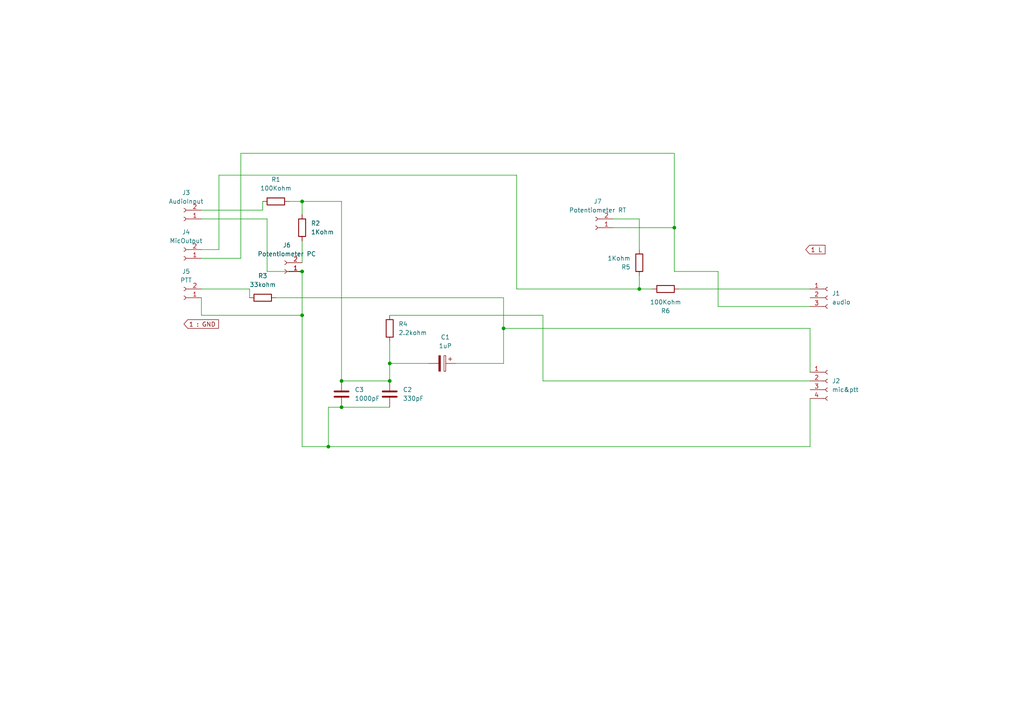
<source format=kicad_sch>
(kicad_sch (version 20211123) (generator eeschema)
  (paper "A4")
  (lib_symbols
    (symbol "Connector:Conn_01x02_Female" (pin_names (offset 1.016) hide)
      (property "Reference" "J" (at 0 2.54 0))
      (property "Value" "Conn_01x02_Female" (at 0 -5.08 0))
      (symbol "Conn_01x02_Female_1_1"
        (arc (start 0 -2.032) (mid -0.508 -2.54) (end 0 -3.048) (stroke (width 0.1524)))
        (polyline (pts (xy -1.27 -2.54) (xy -0.508 -2.54)) (stroke (width 0.1524)))
        (polyline (pts (xy -1.27 0) (xy -0.508 0)) (stroke (width 0.1524)))
        (arc (start 0 0.508) (mid -0.508 0) (end 0 -0.508) (stroke (width 0.1524)))
        (pin passive line (at -5.08 0 0) (length 3.81) (name "Pin_1") (number "1"))
        (pin passive line (at -5.08 -2.54 0) (length 3.81) (name "Pin_2") (number "2"))
      )
    )
    (symbol "Connector:Conn_01x03_Female" (pin_names (offset 1.016) hide)
      (property "Reference" "J" (at 0 5.08 0))
      (property "Value" "Conn_01x03_Female" (at 0 -5.08 0))
      (symbol "Conn_01x03_Female_1_1"
        (arc (start 0 -2.032) (mid -0.508 -2.54) (end 0 -3.048) (stroke (width 0.1524)))
        (polyline (pts (xy -1.27 -2.54) (xy -0.508 -2.54)) (stroke (width 0.1524)))
        (polyline (pts (xy -1.27 0) (xy -0.508 0)) (stroke (width 0.1524)))
        (polyline (pts (xy -1.27 2.54) (xy -0.508 2.54)) (stroke (width 0.1524)))
        (arc (start 0 0.508) (mid -0.508 0) (end 0 -0.508) (stroke (width 0.1524)))
        (arc (start 0 3.048) (mid -0.508 2.54) (end 0 2.032) (stroke (width 0.1524)))
        (pin passive line (at -5.08 2.54 0) (length 3.81) (name "Pin_1") (number "1"))
        (pin passive line (at -5.08 0 0) (length 3.81) (name "Pin_2") (number "2"))
        (pin passive line (at -5.08 -2.54 0) (length 3.81) (name "Pin_3") (number "3"))
      )
    )
    (symbol "Connector:Conn_01x04_Female" (pin_names (offset 1.016) hide)
      (property "Reference" "J" (at 0 5.08 0))
      (property "Value" "Conn_01x04_Female" (at 0 -7.62 0))
      (symbol "Conn_01x04_Female_1_1"
        (arc (start 0 -4.572) (mid -0.508 -5.08) (end 0 -5.588) (stroke (width 0.1524)))
        (arc (start 0 -2.032) (mid -0.508 -2.54) (end 0 -3.048) (stroke (width 0.1524)))
        (polyline (pts (xy -1.27 -5.08) (xy -0.508 -5.08)) (stroke (width 0.1524)))
        (polyline (pts (xy -1.27 -2.54) (xy -0.508 -2.54)) (stroke (width 0.1524)))
        (polyline (pts (xy -1.27 0) (xy -0.508 0)) (stroke (width 0.1524)))
        (polyline (pts (xy -1.27 2.54) (xy -0.508 2.54)) (stroke (width 0.1524)))
        (arc (start 0 0.508) (mid -0.508 0) (end 0 -0.508) (stroke (width 0.1524)))
        (arc (start 0 3.048) (mid -0.508 2.54) (end 0 2.032) (stroke (width 0.1524)))
        (pin passive line (at -5.08 2.54 0) (length 3.81) (name "Pin_1") (number "1"))
        (pin passive line (at -5.08 0 0) (length 3.81) (name "Pin_2") (number "2"))
        (pin passive line (at -5.08 -2.54 0) (length 3.81) (name "Pin_3") (number "3"))
        (pin passive line (at -5.08 -5.08 0) (length 3.81) (name "Pin_4") (number "4"))
      )
    )
    (symbol "Device:C" (pin_numbers hide) (pin_names (offset 0.254))
      (property "Reference" "C" (at 0.635 2.54 0))
      (property "Value" "C" (at 0.635 -2.54 0))
      (symbol "C_0_1"
        (polyline (pts (xy -2.032 -0.762) (xy 2.032 -0.762)) (stroke (width 0.508)))
        (polyline (pts (xy -2.032 0.762) (xy 2.032 0.762)) (stroke (width 0.508)))
      )
      (symbol "C_1_1"
        (pin passive line (at 0 3.81 270) (length 2.794) (name "~") (number "1"))
        (pin passive line (at 0 -3.81 90) (length 2.794) (name "~") (number "2"))
      )
    )
    (symbol "Device:C_Polarized" (pin_numbers hide) (pin_names (offset 0.254))
      (property "Reference" "C" (at 0.635 2.54 0))
      (property "Value" "C_Polarized" (at 0.635 -2.54 0))
      (symbol "C_Polarized_0_1"
        (rectangle (start -2.286 0.508) (end 2.286 1.016))
        (polyline (pts (xy -1.778 2.286) (xy -0.762 2.286)))
        (polyline (pts (xy -1.27 2.794) (xy -1.27 1.778)))
        (rectangle (start 2.286 -0.508) (end -2.286 -1.016) (fill (type outline)))
      )
      (symbol "C_Polarized_1_1"
        (pin passive line (at 0 3.81 270) (length 2.794) (name "~") (number "1"))
        (pin passive line (at 0 -3.81 90) (length 2.794) (name "~") (number "2"))
      )
    )
    (symbol "Device:R" (pin_numbers hide) (pin_names (offset 0))
      (property "Reference" "R" (at 2.032 0 90))
      (property "Value" "R" (at 0 0 90))
      (symbol "R_0_1"
        (rectangle (start -1.016 -2.54) (end 1.016 2.54) (stroke (width 0.254)))
      )
      (symbol "R_1_1"
        (pin passive line (at 0 3.81 270) (length 1.27) (name "~") (number "1"))
        (pin passive line (at 0 -3.81 90) (length 1.27) (name "~") (number "2"))
      )
    )
  )
  (junction (at 113.03 110.49))
  (junction (at 185.42 83.82))
  (junction (at 95.25 129.54))
  (junction (at 87.63 58.42))
  (junction (at 87.63 78.74))
  (junction (at 99.06 118.11))
  (junction (at 99.06 110.49))
  (junction (at 113.03 105.41))
  (junction (at 195.58 66.04))
  (junction (at 146.05 95.25))
  (junction (at 87.63 91.44))
  (wire (pts (xy 185.42 72.39) (xy 185.42 63.5)))
  (wire (pts (xy 146.05 86.36) (xy 146.05 95.25)))
  (wire (pts (xy 195.58 44.45) (xy 69.85 44.45)))
  (wire (pts (xy 87.63 69.85) (xy 87.63 76.2)))
  (wire (pts (xy 99.06 58.42) (xy 99.06 110.49)))
  (wire (pts (xy 234.95 107.95) (xy 234.95 95.25)))
  (wire (pts (xy 87.63 58.42) (xy 87.63 62.23)))
  (wire (pts (xy 149.86 83.82) (xy 185.42 83.82)))
  (wire (pts (xy 234.95 95.25) (xy 146.05 95.25)))
  (wire (pts (xy 63.5 72.39) (xy 63.5 50.8)))
  (wire (pts (xy 99.06 110.49) (xy 113.03 110.49)))
  (wire (pts (xy 124.46 105.41) (xy 113.03 105.41)))
  (wire (pts (xy 234.95 88.9) (xy 208.28 88.9)))
  (wire (pts (xy 185.42 63.5) (xy 177.8 63.5)))
  (wire (pts (xy 234.95 110.49) (xy 157.48 110.49)))
  (wire (pts (xy 58.42 83.82) (xy 72.39 83.82)))
  (wire (pts (xy 80.01 86.36) (xy 146.05 86.36)))
  (wire (pts (xy 63.5 50.8) (xy 149.86 50.8)))
  (wire (pts (xy 58.42 60.96) (xy 76.2 60.96)))
  (wire (pts (xy 149.86 50.8) (xy 149.86 83.82)))
  (wire (pts (xy 185.42 83.82) (xy 185.42 80.01)))
  (wire (pts (xy 69.85 44.45) (xy 69.85 74.93)))
  (wire (pts (xy 58.42 91.44) (xy 87.63 91.44)))
  (wire (pts (xy 99.06 118.11) (xy 113.03 118.11)))
  (wire (pts (xy 146.05 95.25) (xy 146.05 105.41)))
  (wire (pts (xy 87.63 91.44) (xy 87.63 129.54)))
  (wire (pts (xy 83.82 58.42) (xy 87.63 58.42)))
  (wire (pts (xy 146.05 105.41) (xy 132.08 105.41)))
  (wire (pts (xy 185.42 83.82) (xy 189.23 83.82)))
  (wire (pts (xy 77.47 78.74) (xy 87.63 78.74)))
  (wire (pts (xy 234.95 83.82) (xy 196.85 83.82)))
  (wire (pts (xy 87.63 129.54) (xy 95.25 129.54)))
  (wire (pts (xy 195.58 66.04) (xy 195.58 44.45)))
  (wire (pts (xy 58.42 63.5) (xy 77.47 63.5)))
  (wire (pts (xy 113.03 105.41) (xy 113.03 110.49)))
  (wire (pts (xy 208.28 88.9) (xy 208.28 78.74)))
  (wire (pts (xy 87.63 78.74) (xy 87.63 91.44)))
  (wire (pts (xy 157.48 91.44) (xy 113.03 91.44)))
  (wire (pts (xy 58.42 86.36) (xy 58.42 91.44)))
  (wire (pts (xy 208.28 78.74) (xy 195.58 78.74)))
  (wire (pts (xy 87.63 58.42) (xy 99.06 58.42)))
  (wire (pts (xy 95.25 129.54) (xy 234.95 129.54)))
  (wire (pts (xy 195.58 78.74) (xy 195.58 66.04)))
  (wire (pts (xy 234.95 115.57) (xy 234.95 129.54)))
  (wire (pts (xy 113.03 99.06) (xy 113.03 105.41)))
  (wire (pts (xy 76.2 60.96) (xy 76.2 58.42)))
  (wire (pts (xy 77.47 63.5) (xy 77.47 78.74)))
  (wire (pts (xy 69.85 74.93) (xy 58.42 74.93)))
  (wire (pts (xy 58.42 72.39) (xy 63.5 72.39)))
  (wire (pts (xy 195.58 66.04) (xy 177.8 66.04)))
  (wire (pts (xy 157.48 110.49) (xy 157.48 91.44)))
  (wire (pts (xy 95.25 118.11) (xy 95.25 129.54)))
  (wire (pts (xy 72.39 83.82) (xy 72.39 86.36)))
  (wire (pts (xy 99.06 118.11) (xy 95.25 118.11)))
  (global_label "1 L" (shape input) (at 233.68 72.39 0) (property "Intersheet References" "${INTERSHEET_REFS}" (effects hide)))
  (global_label "1 : GND" (shape input) (at 53.34 93.98 0) (property "Intersheet References" "${INTERSHEET_REFS}" (effects hide)))
  (symbol (lib_id "Connector:Conn_01x02_Female") (at 82.55 78.74 180) (unit 1)
    (property "Reference" "J6" (at 83.185 71.12 0))
    (property "Value" "Potentiometer PC" (at 83.185 73.66 0))
    (property "Footprint" "Connector_PinHeader_1.00mm:PinHeader_1x02_P1.00mm_Vertical" (effects hide))
  )
  (symbol (lib_id "Device:C_Polarized") (at 128.27 105.41 270) (unit 1)
    (property "Reference" "C1" (at 129.159 97.79 90))
    (property "Value" "1uP" (at 129.159 100.33 90))
    (property "Footprint" "Capacitor_THT:CP_Radial_D4.0mm_P1.50mm" (effects hide))
  )
  (symbol (lib_id "Connector:Conn_01x03_Female") (at 240.03 86.36 0) (unit 1)
    (property "Reference" "J1" (at 241.3 85.0899 0) (effects (justify left)))
    (property "Value" "audio" (at 241.3 87.6299 0) (effects (justify left)))
    (property "Footprint" "Connector_PinHeader_1.00mm:PinHeader_1x03_P1.00mm_Vertical" (effects hide))
  )
  (symbol (lib_id "Connector:Conn_01x04_Female") (at 240.03 110.49 0) (unit 1)
    (property "Reference" "J2" (at 241.3 110.4899 0) (effects (justify left)))
    (property "Value" "mic&ptt" (at 241.3 113.0299 0) (effects (justify left)))
    (property "Footprint" "Connector_PinHeader_1.00mm:PinHeader_1x04_P1.00mm_Vertical" (effects hide))
  )
  (symbol (lib_id "Device:R") (at 193.04 83.82 270) (unit 1)
    (property "Reference" "R6" (at 193.04 90.17 90))
    (property "Value" "100Kohm" (at 193.04 87.63 90))
    (property "Footprint" "Resistor_THT:R_Axial_DIN0204_L3.6mm_D1.6mm_P5.08mm_Horizontal" (effects hide))
  )
  (symbol (lib_id "Connector:Conn_01x02_Female") (at 53.34 63.5 180) (unit 1)
    (property "Reference" "J3" (at 53.975 55.88 0))
    (property "Value" "AudioInput" (at 53.975 58.42 0))
    (property "Footprint" "Connector_PinHeader_1.00mm:PinHeader_1x02_P1.00mm_Vertical" (effects hide))
  )
  (symbol (lib_id "Connector:Conn_01x02_Female") (at 172.72 66.04 180) (unit 1)
    (property "Reference" "J7" (at 173.355 58.42 0))
    (property "Value" "Potentiometer RT" (at 173.355 60.96 0))
    (property "Footprint" "Connector_PinHeader_1.00mm:PinHeader_1x02_P1.00mm_Vertical" (effects hide))
  )
  (symbol (lib_id "Device:C") (at 99.06 114.3 0) (unit 1)
    (property "Reference" "C3" (at 102.87 113.0299 0) (effects (justify left)))
    (property "Value" "1000pF" (at 102.87 115.5699 0) (effects (justify left)))
    (property "Footprint" "Capacitor_THT:CP_Radial_D4.0mm_P1.50mm" (effects hide))
  )
  (symbol (lib_id "Device:R") (at 87.63 66.04 0) (unit 1)
    (property "Reference" "R2" (at 90.17 64.7699 0) (effects (justify left)))
    (property "Value" "1Kohm" (at 90.17 67.3099 0) (effects (justify left)))
    (property "Footprint" "Resistor_THT:R_Axial_DIN0204_L3.6mm_D1.6mm_P5.08mm_Horizontal" (effects hide))
  )
  (symbol (lib_id "Device:R") (at 185.42 76.2 180) (unit 1)
    (property "Reference" "R5" (at 182.88 77.4701 0) (effects (justify left)))
    (property "Value" "1Kohm" (at 182.88 74.9301 0) (effects (justify left)))
    (property "Footprint" "Resistor_THT:R_Axial_DIN0204_L3.6mm_D1.6mm_P5.08mm_Horizontal" (effects hide))
  )
  (symbol (lib_id "Connector:Conn_01x02_Female") (at 53.34 74.93 180) (unit 1)
    (property "Reference" "J4" (at 53.975 67.31 0))
    (property "Value" "MicOutput" (at 53.975 69.85 0))
    (property "Footprint" "Connector_PinHeader_1.00mm:PinHeader_1x02_P1.00mm_Vertical" (effects hide))
  )
  (symbol (lib_id "Device:R") (at 113.03 95.25 0) (unit 1)
    (property "Reference" "R4" (at 115.57 93.9799 0) (effects (justify left)))
    (property "Value" "2.2kohm" (at 115.57 96.5199 0) (effects (justify left)))
    (property "Footprint" "Resistor_THT:R_Axial_DIN0204_L3.6mm_D1.6mm_P5.08mm_Horizontal" (effects hide))
  )
  (symbol (lib_id "Device:C") (at 113.03 114.3 0) (unit 1)
    (property "Reference" "C2" (at 116.84 113.0299 0) (effects (justify left)))
    (property "Value" "330pF" (at 116.84 115.5699 0) (effects (justify left)))
    (property "Footprint" "Capacitor_THT:CP_Radial_D4.0mm_P1.50mm" (effects hide))
  )
  (symbol (lib_id "Device:R") (at 76.2 86.36 90) (unit 1)
    (property "Reference" "R3" (at 76.2 80.01 90))
    (property "Value" "33kohm" (at 76.2 82.55 90))
    (property "Footprint" "Resistor_THT:R_Axial_DIN0204_L3.6mm_D1.6mm_P5.08mm_Horizontal" (effects hide))
  )
  (symbol (lib_id "Connector:Conn_01x02_Female") (at 53.34 86.36 180) (unit 1)
    (property "Reference" "J5" (at 53.975 78.74 0))
    (property "Value" "PTT" (at 53.975 81.28 0))
    (property "Footprint" "Connector_PinHeader_1.00mm:PinHeader_1x02_P1.00mm_Vertical" (effects hide))
  )
  (symbol (lib_id "Device:R") (at 80.01 58.42 90) (unit 1)
    (property "Reference" "R1" (at 80.01 52.07 90))
    (property "Value" "100Kohm" (at 80.01 54.61 90))
    (property "Footprint" "Resistor_THT:R_Axial_DIN0204_L3.6mm_D1.6mm_P5.08mm_Horizontal" (effects hide))
  )
)
</source>
